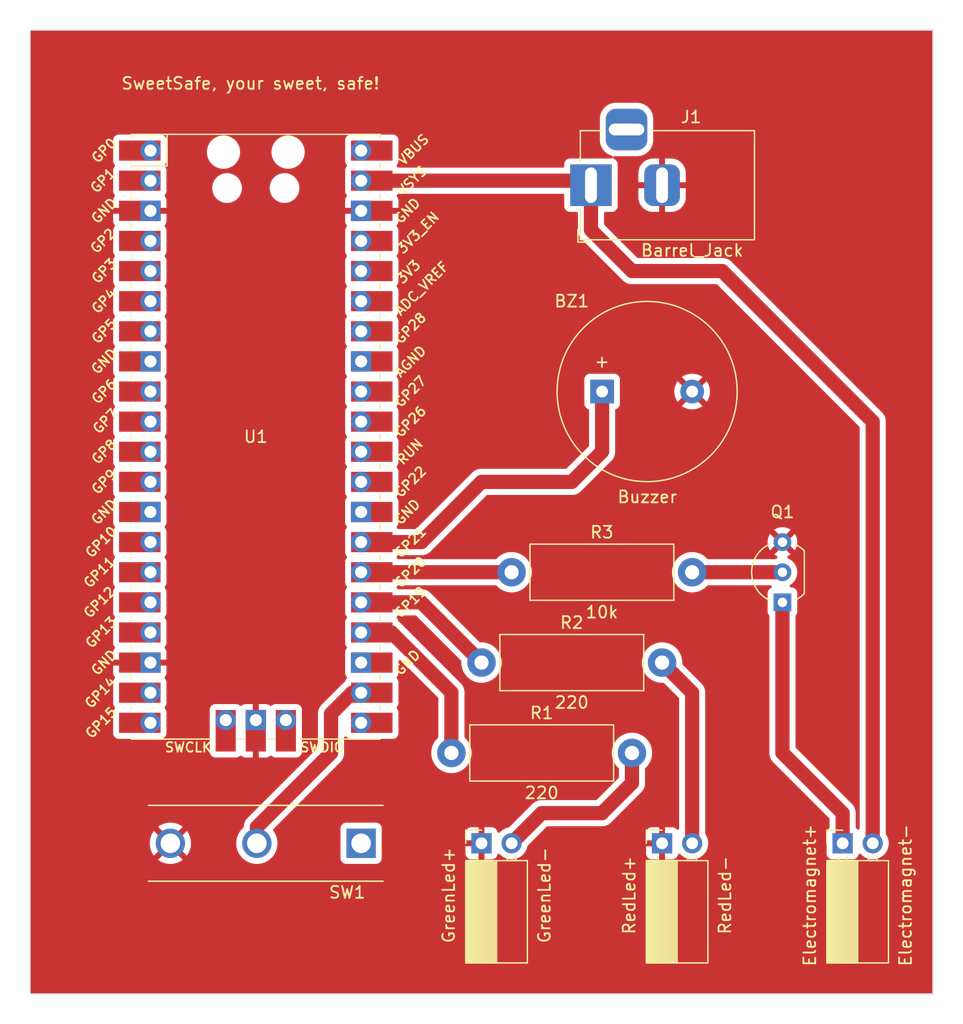
<source format=kicad_pcb>
(kicad_pcb (version 20221018) (generator pcbnew)
  (title_block (title "SweetSafe"))
  (layers (0 "F.Cu" signal) (31 "B.Cu" signal) (34 "B.Paste" user) (35 "F.Paste" user) (36 "B.SilkS" user "B.Silkscreen") (37 "F.SilkS" user "F.Silkscreen") (38 "B.Mask" user) (39 "F.Mask" user) (44 "Edge.Cuts" user))
  (net 0 "")
  (net 1 "Buzzer")
  (net 2 "GND")
  (net 3 "Net-(Electromagnet+1-Pin_1)")
  (net 4 "Net-(Q1-B)")
  (net 5 "VCC")
  (net 6 "Electromagnet")
  (net 7 "GreenLed")
  (net 8 "RedLed")
  (net 28 "Switch")
  (net 43 "Net-(GreenLed+1-Pin_2)")
  (net 44 "Net-(RedLed+1-Pin_2)")
  (footprint "MS0850502F030P1A:SW_MS0850502F030P1A" (layer "F.Cu") (at 66.04 114.3 180)
    (fp_text reference "SW1" (at 1.17617 -4.1391) (layer "F.SilkS") (effects (font (size 1.000992 1.000992))))
    (fp_text value "SW_DPDT_x2")
    (fp_line (start -1.85 -3.2) (end 17.95 -3.2) (stroke (width 0.127)) (layer "F.SilkS"))
    (fp_line (start 17.95 3.2) (end -1.85 3.2) (stroke (width 0.127)) (layer "F.SilkS"))
    (pad "1" thru_hole rect (at 0 0 180) (size 2.475 2.475) (drill 1.65) (layers "*.Cu" "*.Mask"))
    (pad "2" thru_hole circle (at 16.1 0 180) (size 2.475 2.475) (drill 1.65) (layers "*.Cu" "*.Mask") (net 2 "GND"))
    (pad "3" thru_hole circle (at 8.8 0 180) (size 2.475 2.475) (drill 1.65) (layers "*.Cu" "*.Mask") (net 28 "Switch"))
  )
  (footprint "Resistor_THT:R_Axial_DIN0414_L11.9mm_D4.5mm_P15.24mm_Horizontal" (layer "F.Cu") (at 73.66 106.68)
    (fp_text reference "R1" (at 7.62 -3.37) (layer "F.SilkS"))
    (fp_text value "220" (at 7.62 3.37) (layer "F.SilkS"))
    (fp_line (start 1.44 0) (end 1.55 0) (stroke (width 0.12)) (layer "F.SilkS"))
    (fp_line (start 1.55 -2.37) (end 1.55 2.37) (stroke (width 0.12)) (layer "F.SilkS"))
    (fp_line (start 1.55 2.37) (end 13.69 2.37) (stroke (width 0.12)) (layer "F.SilkS"))
    (fp_line (start 13.69 -2.37) (end 1.55 -2.37) (stroke (width 0.12)) (layer "F.SilkS"))
    (fp_line (start 13.69 2.37) (end 13.69 -2.37) (stroke (width 0.12)) (layer "F.SilkS"))
    (fp_line (start 13.8 0) (end 13.69 0) (stroke (width 0.12)) (layer "F.SilkS"))
    (pad "1" thru_hole circle (at 0 0) (size 2.4 2.4) (drill 1.2) (layers "*.Cu" "*.Mask") (net 7 "GreenLed"))
    (pad "2" thru_hole oval (at 15.24 0) (size 2.4 2.4) (drill 1.2) (layers "*.Cu" "*.Mask") (net 43 "Net-(GreenLed+1-Pin_2)"))
  )
  (footprint "Buzzer_Beeper:Buzzer_15x7.5RM7.6" (layer "F.Cu") (at 86.38 76.2)
    (fp_text reference "BZ1" (at -2.56 -7.62) (layer "F.SilkS"))
    (fp_text value "Buzzer" (at 3.81 8.89) (layer "F.SilkS"))
    (fp_text user "+" (at -0.01 -2.54) (layer "F.SilkS"))
    (fp_circle (center 3.8 0) (end 11.4 0) (stroke (width 0.12)) (fill none) (layer "F.SilkS"))
    (pad "1" thru_hole rect (at 0 0) (size 2 2) (drill 1) (layers "*.Cu" "*.Mask") (net 1 "Buzzer"))
    (pad "2" thru_hole circle (at 7.6 0) (size 2 2) (drill 1) (layers "*.Cu" "*.Mask") (net 2 "GND"))
  )
  (footprint "Package_TO_SOT_THT:TO-92_Inline_Wide" (layer "F.Cu") (at 101.6 93.98 90)
    (fp_text reference "Q1" (at 7.62 0 180) (layer "F.SilkS"))
    (fp_text value "BC337" hide)
    (fp_line (start 0.74 1.85) (end 4.34 1.85) (stroke (width 0.12)) (layer "F.SilkS"))
    (fp_arc (start 0.1836 -1.098807) (mid 1.143021 -2.192817) (end 2.54 -2.6) (stroke (width 0.12)) (layer "F.SilkS"))
    (fp_arc (start 0.74 1.85) (mid 0.446097 1.509328) (end 0.215816 1.122795) (stroke (width 0.12)) (layer "F.SilkS"))
    (fp_arc (start 2.54 -2.6) (mid 3.936979 -2.192818) (end 4.8964 -1.098807) (stroke (width 0.12)) (layer "F.SilkS"))
    (fp_arc (start 4.864184 1.122795) (mid 4.633903 1.509328) (end 4.34 1.85) (stroke (width 0.12)) (layer "F.SilkS"))
    (pad "1" thru_hole rect (at 0 0 90) (size 1.5 1.5) (drill 0.8) (layers "*.Cu" "*.Mask") (net 3 "Net-(Electromagnet+1-Pin_1)"))
    (pad "2" thru_hole circle (at 2.54 0 90) (size 1.5 1.5) (drill 0.8) (layers "*.Cu" "*.Mask") (net 4 "Net-(Q1-B)"))
    (pad "3" thru_hole circle (at 5.08 0 90) (size 1.5 1.5) (drill 0.8) (layers "*.Cu" "*.Mask") (net 2 "GND"))
  )
  (footprint "Resistor_THT:R_Axial_DIN0414_L11.9mm_D4.5mm_P15.24mm_Horizontal" (layer "F.Cu") (at 78.74 91.44)
    (fp_text reference "R3" (at 7.62 -3.37) (layer "F.SilkS"))
    (fp_text value "10k" (at 7.62 3.37) (layer "F.SilkS"))
    (fp_line (start 1.44 0) (end 1.55 0) (stroke (width 0.12)) (layer "F.SilkS"))
    (fp_line (start 1.55 -2.37) (end 1.55 2.37) (stroke (width 0.12)) (layer "F.SilkS"))
    (fp_line (start 1.55 2.37) (end 13.69 2.37) (stroke (width 0.12)) (layer "F.SilkS"))
    (fp_line (start 13.69 -2.37) (end 1.55 -2.37) (stroke (width 0.12)) (layer "F.SilkS"))
    (fp_line (start 13.69 2.37) (end 13.69 -2.37) (stroke (width 0.12)) (layer "F.SilkS"))
    (fp_line (start 13.8 0) (end 13.69 0) (stroke (width 0.12)) (layer "F.SilkS"))
    (pad "1" thru_hole circle (at 0 0) (size 2.4 2.4) (drill 1.2) (layers "*.Cu" "*.Mask") (net 6 "Electromagnet"))
    (pad "2" thru_hole oval (at 15.24 0) (size 2.4 2.4) (drill 1.2) (layers "*.Cu" "*.Mask") (net 4 "Net-(Q1-B)"))
  )
  (footprint "MCU_RaspberryPi_and_Boards:RPi_Pico_SMD_TH" (layer "F.Cu") (at 57.15 80.01)
    (fp_text reference "U1" (at 0 0) (layer "F.SilkS"))
    (fp_text value "Pico")
    (fp_text user "GND" (at 12.8 6.35 45) (layer "F.SilkS") (effects (font (size 0.8 0.8))))
    (fp_text user "GP7" (at -12.7 -1.3 45) (layer "F.SilkS") (effects (font (size 0.8 0.8))))
    (fp_text user "GND" (at -12.8 6.35 45) (layer "F.SilkS") (effects (font (size 0.8 0.8))))
    (fp_text user "GP20" (at 13.054 11.43 45) (layer "F.SilkS") (effects (font (size 0.8 0.8))))
    (fp_text user "SWDIO" (at 5.6 26.2) (layer "F.SilkS") (effects (font (size 0.8 0.8))))
    (fp_text user "RUN" (at 13 1.27 45) (layer "F.SilkS") (effects (font (size 0.8 0.8))))
    (fp_text user "GP9" (at -12.8 3.81 45) (layer "F.SilkS") (effects (font (size 0.8 0.8))))
    (fp_text user "GP26" (at 13.054 -1.27 45) (layer "F.SilkS") (effects (font (size 0.8 0.8))))
    (fp_text user "GP0" (at -12.8 -24.13 45) (layer "F.SilkS") (effects (font (size 0.8 0.8))))
    (fp_text user "SWCLK" (at -5.7 26.2) (layer "F.SilkS") (effects (font (size 0.8 0.8))))
    (fp_text user "GND" (at -12.8 19.05 45) (layer "F.SilkS") (effects (font (size 0.8 0.8))))
    (fp_text user "GP21" (at 13.054 8.9 45) (layer "F.SilkS") (effects (font (size 0.8 0.8))))
    (fp_text user "GND" (at -12.8 -6.35 45) (layer "F.SilkS") (effects (font (size 0.8 0.8))))
    (fp_text user "GP4" (at -12.8 -11.43 45) (layer "F.SilkS") (effects (font (size 0.8 0.8))))
    (fp_text user "VSYS" (at 13.2 -21.59 45) (layer "F.SilkS") (effects (font (size 0.8 0.8))))
    (fp_text user "VBUS" (at 13.3 -24.2 45) (layer "F.SilkS") (effects (font (size 0.8 0.8))))
    (fp_text user "GP14" (at -13.1 21.59 45) (layer "F.SilkS") (effects (font (size 0.8 0.8))))
    (fp_text user "GP12" (at -13.2 13.97 45) (layer "F.SilkS") (effects (font (size 0.8 0.8))))
    (fp_text user "GND" (at 12.8 19.05 45) (layer "F.SilkS") (effects (font (size 0.8 0.8))))
    (fp_text user "GP13" (at -13.054 16.51 45) (layer "F.SilkS") (effects (font (size 0.8 0.8))))
    (fp_text user "GP2" (at -12.9 -16.51 45) (layer "F.SilkS") (effects (font (size 0.8 0.8))))
    (fp_text user "GND" (at 12.8 -19.05 45) (layer "F.SilkS") (effects (font (size 0.8 0.8))))
    (fp_text user "GP19" (at 13.054 13.97 45) (layer "F.SilkS") (effects (font (size 0.8 0.8))))
    (fp_text user "GP15" (at -13.054 24.13 45) (layer "F.SilkS") (effects (font (size 0.8 0.8))))
    (fp_text user "GP27" (at 13.054 -3.8 45) (layer "F.SilkS") (effects (font (size 0.8 0.8))))
    (fp_text user "GP3" (at -12.8 -13.97 45) (layer "F.SilkS") (effects (font (size 0.8 0.8))))
    (fp_text user "GP1" (at -12.9 -21.6 45) (layer "F.SilkS") (effects (font (size 0.8 0.8))))
    (fp_text user "3V3" (at 12.9 -13.9 45) (layer "F.SilkS") (effects (font (size 0.8 0.8))))
    (fp_text user "GP11" (at -13.2 11.43 45) (layer "F.SilkS") (effects (font (size 0.8 0.8))))
    (fp_text user "GP22" (at 13.054 3.81 45) (layer "F.SilkS") (effects (font (size 0.8 0.8))))
    (fp_text user "GP8" (at -12.8 1.27 45) (layer "F.SilkS") (effects (font (size 0.8 0.8))))
    (fp_text user "ADC_VREF" (at 14 -12.5 45) (layer "F.SilkS") (effects (font (size 0.8 0.8))))
    (fp_text user "GP5" (at -12.8 -8.89 45) (layer "F.SilkS") (effects (font (size 0.8 0.8))))
    (fp_text user "GND" (at -12.8 -19.05 45) (layer "F.SilkS") (effects (font (size 0.8 0.8))))
    (fp_text user "AGND" (at 13.054 -6.35 45) (layer "F.SilkS") (effects (font (size 0.8 0.8))))
    (fp_text user "GP6" (at -12.8 -3.81 45) (layer "F.SilkS") (effects (font (size 0.8 0.8))))
    (fp_text user "GP28" (at 13.054 -9.144 45) (layer "F.SilkS") (effects (font (size 0.8 0.8))))
    (fp_text user "GP10" (at -13.054 8.89 45) (layer "F.SilkS") (effects (font (size 0.8 0.8))))
    (fp_text user "3V3_EN" (at 13.7 -17.2 45) (layer "F.SilkS") (effects (font (size 0.8 0.8))))
    (fp_line (start -10.5 -25.5) (end -10.5 -25.2) (stroke (width 0.12)) (layer "F.SilkS"))
    (fp_line (start -10.5 -25.5) (end 10.5 -25.5) (stroke (width 0.12)) (layer "F.SilkS"))
    (fp_line (start -10.5 -23.1) (end -10.5 -22.7) (stroke (width 0.12)) (layer "F.SilkS"))
    (fp_line (start -10.5 -22.833) (end -7.493 -22.833) (stroke (width 0.12)) (layer "F.SilkS"))
    (fp_line (start -10.5 -20.5) (end -10.5 -20.1) (stroke (width 0.12)) (layer "F.SilkS"))
    (fp_line (start -10.5 -18) (end -10.5 -17.6) (stroke (width 0.12)) (layer "F.SilkS"))
    (fp_line (start -10.5 -15.4) (end -10.5 -15) (stroke (width 0.12)) (layer "F.SilkS"))
    (fp_line (start -10.5 -12.9) (end -10.5 -12.5) (stroke (width 0.12)) (layer "F.SilkS"))
    (fp_line (start -10.5 -10.4) (end -10.5 -10) (stroke (width 0.12)) (layer "F.SilkS"))
    (fp_line (start -10.5 -7.8) (end -10.5 -7.4) (stroke (width 0.12)) (layer "F.SilkS"))
    (fp_line (start -10.5 -5.3) (end -10.5 -4.9) (stroke (width 0.12)) (layer "F.SilkS"))
    (fp_line (start -10.5 -2.7) (end -10.5 -2.3) (stroke (width 0.12)) (layer "F.SilkS"))
    (fp_line (start -10.5 -0.2) (end -10.5 0.2) (stroke (width 0.12)) (layer "F.SilkS"))
    (fp_line (start -10.5 2.3) (end -10.5 2.7) (stroke (width 0.12)) (layer "F.SilkS"))
    (fp_line (start -10.5 4.9) (end -10.5 5.3) (stroke (width 0.12)) (layer "F.SilkS"))
    (fp_line (start -10.5 7.4) (end -10.5 7.8) (stroke (width 0.12)) (layer "F.SilkS"))
    (fp_line (start -10.5 10) (end -10.5 10.4) (stroke (width 0.12)) (layer "F.SilkS"))
    (fp_line (start -10.5 12.5) (end -10.5 12.9) (stroke (width 0.12)) (layer "F.SilkS"))
    (fp_line (start -10.5 15.1) (end -10.5 15.5) (stroke (width 0.12)) (layer "F.SilkS"))
    (fp_line (start -10.5 17.6) (end -10.5 18) (stroke (width 0.12)) (layer "F.SilkS"))
    (fp_line (start -10.5 20.1) (end -10.5 20.5) (stroke (width 0.12)) (layer "F.SilkS"))
    (fp_line (start -10.5 22.7) (end -10.5 23.1) (stroke (width 0.12)) (layer "F.SilkS"))
    (fp_line (start -7.493 -22.833) (end -7.493 -25.5) (stroke (width 0.12)) (layer "F.SilkS"))
    (fp_line (start -3.7 25.5) (end -10.5 25.5) (stroke (width 0.12)) (layer "F.SilkS"))
    (fp_line (start -1.5 25.5) (end -1.1 25.5) (stroke (width 0.12)) (layer "F.SilkS"))
    (fp_line (start 1.1 25.5) (end 1.5 25.5) (stroke (width 0.12)) (layer "F.SilkS"))
    (fp_line (start 10.5 -25.5) (end 10.5 -25.2) (stroke (width 0.12)) (layer "F.SilkS"))
    (fp_line (start 10.5 -23.1) (end 10.5 -22.7) (stroke (width 0.12)) (layer "F.SilkS"))
    (fp_line (start 10.5 -20.5) (end 10.5 -20.1) (stroke (width 0.12)) (layer "F.SilkS"))
    (fp_line (start 10.5 -18) (end 10.5 -17.6) (stroke (width 0.12)) (layer "F.SilkS"))
    (fp_line (start 10.5 -15.4) (end 10.5 -15) (stroke (width 0.12)) (layer "F.SilkS"))
    (fp_line (start 10.5 -12.9) (end 10.5 -12.5) (stroke (width 0.12)) (layer "F.SilkS"))
    (fp_line (start 10.5 -10.4) (end 10.5 -10) (stroke (width 0.12)) (layer "F.SilkS"))
    (fp_line (start 10.5 -7.8) (end 10.5 -7.4) (stroke (width 0.12)) (layer "F.SilkS"))
    (fp_line (start 10.5 -5.3) (end 10.5 -4.9) (stroke (width 0.12)) (layer "F.SilkS"))
    (fp_line (start 10.5 -2.7) (end 10.5 -2.3) (stroke (width 0.12)) (layer "F.SilkS"))
    (fp_line (start 10.5 -0.2) (end 10.5 0.2) (stroke (width 0.12)) (layer "F.SilkS"))
    (fp_line (start 10.5 2.3) (end 10.5 2.7) (stroke (width 0.12)) (layer "F.SilkS"))
    (fp_line (start 10.5 4.9) (end 10.5 5.3) (stroke (width 0.12)) (layer "F.SilkS"))
    (fp_line (start 10.5 7.4) (end 10.5 7.8) (stroke (width 0.12)) (layer "F.SilkS"))
    (fp_line (start 10.5 10) (end 10.5 10.4) (stroke (width 0.12)) (layer "F.SilkS"))
    (fp_line (start 10.5 12.5) (end 10.5 12.9) (stroke (width 0.12)) (layer "F.SilkS"))
    (fp_line (start 10.5 15.1) (end 10.5 15.5) (stroke (width 0.12)) (layer "F.SilkS"))
    (fp_line (start 10.5 17.6) (end 10.5 18) (stroke (width 0.12)) (layer "F.SilkS"))
    (fp_line (start 10.5 20.1) (end 10.5 20.5) (stroke (width 0.12)) (layer "F.SilkS"))
    (fp_line (start 10.5 22.7) (end 10.5 23.1) (stroke (width 0.12)) (layer "F.SilkS"))
    (fp_line (start 10.5 25.5) (end 3.7 25.5) (stroke (width 0.12)) (layer "F.SilkS"))
    (pad "" np_thru_hole oval (at -2.725 -24) (size 1.8 1.8) (drill 1.8) (layers "*.Cu" "*.Mask"))
    (pad "" np_thru_hole oval (at -2.425 -20.97) (size 1.5 1.5) (drill 1.5) (layers "*.Cu" "*.Mask"))
    (pad "" np_thru_hole oval (at 2.425 -20.97) (size 1.5 1.5) (drill 1.5) (layers "*.Cu" "*.Mask"))
    (pad "" np_thru_hole oval (at 2.725 -24) (size 1.8 1.8) (drill 1.8) (layers "*.Cu" "*.Mask"))
    (pad "1" thru_hole oval (at -8.89 -24.13) (size 1.7 1.7) (drill 1.02) (layers "*.Cu" "*.Mask"))
    (pad "1" smd rect (at -8.89 -24.13) (size 3.5 1.7) (drill (offset -0.9 0)) (layers "F.Cu" "F.Mask"))
    (pad "2" thru_hole oval (at -8.89 -21.59) (size 1.7 1.7) (drill 1.02) (layers "*.Cu" "*.Mask"))
    (pad "2" smd rect (at -8.89 -21.59) (size 3.5 1.7) (drill (offset -0.9 0)) (layers "F.Cu" "F.Mask"))
    (pad "3" thru_hole rect (at -8.89 -19.05) (size 1.7 1.7) (drill 1.02) (layers "*.Cu" "*.Mask") (net 2 "GND"))
    (pad "3" smd rect (at -8.89 -19.05) (size 3.5 1.7) (drill (offset -0.9 0)) (layers "F.Cu" "F.Mask") (net 2 "GND"))
    (pad "4" thru_hole oval (at -8.89 -16.51) (size 1.7 1.7) (drill 1.02) (layers "*.Cu" "*.Mask"))
    (pad "4" smd rect (at -8.89 -16.51) (size 3.5 1.7) (drill (offset -0.9 0)) (layers "F.Cu" "F.Mask"))
    (pad "5" thru_hole oval (at -8.89 -13.97) (size 1.7 1.7) (drill 1.02) (layers "*.Cu" "*.Mask"))
    (pad "5" smd rect (at -8.89 -13.97) (size 3.5 1.7) (drill (offset -0.9 0)) (layers "F.Cu" "F.Mask"))
    (pad "6" thru_hole oval (at -8.89 -11.43) (size 1.7 1.7) (drill 1.02) (layers "*.Cu" "*.Mask"))
    (pad "6" smd rect (at -8.89 -11.43) (size 3.5 1.7) (drill (offset -0.9 0)) (layers "F.Cu" "F.Mask"))
    (pad "7" thru_hole oval (at -8.89 -8.89) (size 1.7 1.7) (drill 1.02) (layers "*.Cu" "*.Mask"))
    (pad "7" smd rect (at -8.89 -8.89) (size 3.5 1.7) (drill (offset -0.9 0)) (layers "F.Cu" "F.Mask"))
    (pad "8" thru_hole rect (at -8.89 -6.35) (size 1.7 1.7) (drill 1.02) (layers "*.Cu" "*.Mask"))
    (pad "8" smd rect (at -8.89 -6.35) (size 3.5 1.7) (drill (offset -0.9 0)) (layers "F.Cu" "F.Mask"))
    (pad "9" thru_hole oval (at -8.89 -3.81) (size 1.7 1.7) (drill 1.02) (layers "*.Cu" "*.Mask"))
    (pad "9" smd rect (at -8.89 -3.81) (size 3.5 1.7) (drill (offset -0.9 0)) (layers "F.Cu" "F.Mask"))
    (pad "10" thru_hole oval (at -8.89 -1.27) (size 1.7 1.7) (drill 1.02) (layers "*.Cu" "*.Mask"))
    (pad "10" smd rect (at -8.89 -1.27) (size 3.5 1.7) (drill (offset -0.9 0)) (layers "F.Cu" "F.Mask"))
    (pad "11" thru_hole oval (at -8.89 1.27) (size 1.7 1.7) (drill 1.02) (layers "*.Cu" "*.Mask"))
    (pad "11" smd rect (at -8.89 1.27) (size 3.5 1.7) (drill (offset -0.9 0)) (layers "F.Cu" "F.Mask"))
    (pad "12" thru_hole oval (at -8.89 3.81) (size 1.7 1.7) (drill 1.02) (layers "*.Cu" "*.Mask"))
    (pad "12" smd rect (at -8.89 3.81) (size 3.5 1.7) (drill (offset -0.9 0)) (layers "F.Cu" "F.Mask"))
    (pad "13" thru_hole rect (at -8.89 6.35) (size 1.7 1.7) (drill 1.02) (layers "*.Cu" "*.Mask"))
    (pad "13" smd rect (at -8.89 6.35) (size 3.5 1.7) (drill (offset -0.9 0)) (layers "F.Cu" "F.Mask"))
    (pad "14" thru_hole oval (at -8.89 8.89) (size 1.7 1.7) (drill 1.02) (layers "*.Cu" "*.Mask"))
    (pad "14" smd rect (at -8.89 8.89) (size 3.5 1.7) (drill (offset -0.9 0)) (layers "F.Cu" "F.Mask"))
    (pad "15" thru_hole oval (at -8.89 11.43) (size 1.7 1.7) (drill 1.02) (layers "*.Cu" "*.Mask"))
    (pad "15" smd rect (at -8.89 11.43) (size 3.5 1.7) (drill (offset -0.9 0)) (layers "F.Cu" "F.Mask"))
    (pad "16" thru_hole oval (at -8.89 13.97) (size 1.7 1.7) (drill 1.02) (layers "*.Cu" "*.Mask"))
    (pad "16" smd rect (at -8.89 13.97) (size 3.5 1.7) (drill (offset -0.9 0)) (layers "F.Cu" "F.Mask"))
    (pad "17" thru_hole oval (at -8.89 16.51) (size 1.7 1.7) (drill 1.02) (layers "*.Cu" "*.Mask"))
    (pad "17" smd rect (at -8.89 16.51) (size 3.5 1.7) (drill (offset -0.9 0)) (layers "F.Cu" "F.Mask"))
    (pad "18" thru_hole rect (at -8.89 19.05) (size 1.7 1.7) (drill 1.02) (layers "*.Cu" "*.Mask") (net 2 "GND"))
    (pad "18" smd rect (at -8.89 19.05) (size 3.5 1.7) (drill (offset -0.9 0)) (layers "F.Cu" "F.Mask") (net 2 "GND"))
    (pad "19" thru_hole oval (at -8.89 21.59) (size 1.7 1.7) (drill 1.02) (layers "*.Cu" "*.Mask"))
    (pad "19" smd rect (at -8.89 21.59) (size 3.5 1.7) (drill (offset -0.9 0)) (layers "F.Cu" "F.Mask"))
    (pad "20" thru_hole oval (at -8.89 24.13) (size 1.7 1.7) (drill 1.02) (layers "*.Cu" "*.Mask"))
    (pad "20" smd rect (at -8.89 24.13) (size 3.5 1.7) (drill (offset -0.9 0)) (layers "F.Cu" "F.Mask"))
    (pad "21" thru_hole oval (at 8.89 24.13) (size 1.7 1.7) (drill 1.02) (layers "*.Cu" "*.Mask"))
    (pad "21" smd rect (at 8.89 24.13) (size 3.5 1.7) (drill (offset 0.9 0)) (layers "F.Cu" "F.Mask"))
    (pad "22" thru_hole oval (at 8.89 21.59) (size 1.7 1.7) (drill 1.02) (layers "*.Cu" "*.Mask") (net 28 "Switch"))
    (pad "22" smd rect (at 8.89 21.59) (size 3.5 1.7) (drill (offset 0.9 0)) (layers "F.Cu" "F.Mask") (net 28 "Switch"))
    (pad "23" thru_hole rect (at 8.89 19.05) (size 1.7 1.7) (drill 1.02) (layers "*.Cu" "*.Mask"))
    (pad "23" smd rect (at 8.89 19.05) (size 3.5 1.7) (drill (offset 0.9 0)) (layers "F.Cu" "F.Mask"))
    (pad "24" thru_hole oval (at 8.89 16.51) (size 1.7 1.7) (drill 1.02) (layers "*.Cu" "*.Mask") (net 7 "GreenLed"))
    (pad "24" smd rect (at 8.89 16.51) (size 3.5 1.7) (drill (offset 0.9 0)) (layers "F.Cu" "F.Mask") (net 7 "GreenLed"))
    (pad "25" thru_hole oval (at 8.89 13.97) (size 1.7 1.7) (drill 1.02) (layers "*.Cu" "*.Mask") (net 8 "RedLed"))
    (pad "25" smd rect (at 8.89 13.97) (size 3.5 1.7) (drill (offset 0.9 0)) (layers "F.Cu" "F.Mask") (net 8 "RedLed"))
    (pad "26" thru_hole oval (at 8.89 11.43) (size 1.7 1.7) (drill 1.02) (layers "*.Cu" "*.Mask") (net 6 "Electromagnet"))
    (pad "26" smd rect (at 8.89 11.43) (size 3.5 1.7) (drill (offset 0.9 0)) (layers "F.Cu" "F.Mask") (net 6 "Electromagnet"))
    (pad "27" thru_hole oval (at 8.89 8.89) (size 1.7 1.7) (drill 1.02) (layers "*.Cu" "*.Mask") (net 1 "Buzzer"))
    (pad "27" smd rect (at 8.89 8.89) (size 3.5 1.7) (drill (offset 0.9 0)) (layers "F.Cu" "F.Mask") (net 1 "Buzzer"))
    (pad "28" thru_hole rect (at 8.89 6.35) (size 1.7 1.7) (drill 1.02) (layers "*.Cu" "*.Mask"))
    (pad "28" smd rect (at 8.89 6.35) (size 3.5 1.7) (drill (offset 0.9 0)) (layers "F.Cu" "F.Mask"))
    (pad "29" thru_hole oval (at 8.89 3.81) (size 1.7 1.7) (drill 1.02) (layers "*.Cu" "*.Mask"))
    (pad "29" smd rect (at 8.89 3.81) (size 3.5 1.7) (drill (offset 0.9 0)) (layers "F.Cu" "F.Mask"))
    (pad "30" thru_hole oval (at 8.89 1.27) (size 1.7 1.7) (drill 1.02) (layers "*.Cu" "*.Mask"))
    (pad "30" smd rect (at 8.89 1.27) (size 3.5 1.7) (drill (offset 0.9 0)) (layers "F.Cu" "F.Mask"))
    (pad "31" thru_hole oval (at 8.89 -1.27) (size 1.7 1.7) (drill 1.02) (layers "*.Cu" "*.Mask"))
    (pad "31" smd rect (at 8.89 -1.27) (size 3.5 1.7) (drill (offset 0.9 0)) (layers "F.Cu" "F.Mask"))
    (pad "32" thru_hole oval (at 8.89 -3.81) (size 1.7 1.7) (drill 1.02) (layers "*.Cu" "*.Mask"))
    (pad "32" smd rect (at 8.89 -3.81) (size 3.5 1.7) (drill (offset 0.9 0)) (layers "F.Cu" "F.Mask"))
    (pad "33" thru_hole rect (at 8.89 -6.35) (size 1.7 1.7) (drill 1.02) (layers "*.Cu" "*.Mask"))
    (pad "33" smd rect (at 8.89 -6.35) (size 3.5 1.7) (drill (offset 0.9 0)) (layers "F.Cu" "F.Mask"))
    (pad "34" thru_hole oval (at 8.89 -8.89) (size 1.7 1.7) (drill 1.02) (layers "*.Cu" "*.Mask"))
    (pad "34" smd rect (at 8.89 -8.89) (size 3.5 1.7) (drill (offset 0.9 0)) (layers "F.Cu" "F.Mask"))
    (pad "35" thru_hole oval (at 8.89 -11.43) (size 1.7 1.7) (drill 1.02) (layers "*.Cu" "*.Mask"))
    (pad "35" smd rect (at 8.89 -11.43) (size 3.5 1.7) (drill (offset 0.9 0)) (layers "F.Cu" "F.Mask"))
    (pad "36" thru_hole oval (at 8.89 -13.97) (size 1.7 1.7) (drill 1.02) (layers "*.Cu" "*.Mask"))
    (pad "36" smd rect (at 8.89 -13.97) (size 3.5 1.7) (drill (offset 0.9 0)) (layers "F.Cu" "F.Mask"))
    (pad "37" thru_hole oval (at 8.89 -16.51) (size 1.7 1.7) (drill 1.02) (layers "*.Cu" "*.Mask"))
    (pad "37" smd rect (at 8.89 -16.51) (size 3.5 1.7) (drill (offset 0.9 0)) (layers "F.Cu" "F.Mask"))
    (pad "38" thru_hole rect (at 8.89 -19.05) (size 1.7 1.7) (drill 1.02) (layers "*.Cu" "*.Mask") (net 2 "GND"))
    (pad "38" smd rect (at 8.89 -19.05) (size 3.5 1.7) (drill (offset 0.9 0)) (layers "F.Cu" "F.Mask") (net 2 "GND"))
    (pad "39" thru_hole oval (at 8.89 -21.59) (size 1.7 1.7) (drill 1.02) (layers "*.Cu" "*.Mask") (net 5 "VCC"))
    (pad "39" smd rect (at 8.89 -21.59) (size 3.5 1.7) (drill (offset 0.9 0)) (layers "F.Cu" "F.Mask") (net 5 "VCC"))
    (pad "40" thru_hole oval (at 8.89 -24.13) (size 1.7 1.7) (drill 1.02) (layers "*.Cu" "*.Mask"))
    (pad "40" smd rect (at 8.89 -24.13) (size 3.5 1.7) (drill (offset 0.9 0)) (layers "F.Cu" "F.Mask"))
    (pad "41" thru_hole oval (at -2.54 23.9) (size 1.7 1.7) (drill 1.02) (layers "*.Cu" "*.Mask"))
    (pad "41" smd rect (at -2.54 23.9 90) (size 3.5 1.7) (drill (offset -0.9 0)) (layers "F.Cu" "F.Mask"))
    (pad "42" thru_hole rect (at 0 23.9) (size 1.7 1.7) (drill 1.02) (layers "*.Cu" "*.Mask") (net 2 "GND"))
    (pad "42" smd rect (at 0 23.9 90) (size 3.5 1.7) (drill (offset -0.9 0)) (layers "F.Cu" "F.Mask") (net 2 "GND"))
    (pad "43" thru_hole oval (at 2.54 23.9) (size 1.7 1.7) (drill 1.02) (layers "*.Cu" "*.Mask"))
    (pad "43" smd rect (at 2.54 23.9 90) (size 3.5 1.7) (drill (offset -0.9 0)) (layers "F.Cu" "F.Mask"))
  )
  (footprint "Connector_BarrelJack:BarrelJack_Horizontal" (layer "F.Cu") (at 85.44 58.8 180)
    (fp_text reference "J1" (at -8.45 5.75) (layer "F.SilkS"))
    (fp_text value "Barrel_Jack" (at -8.54 -5.5) (layer "F.SilkS"))
    (fp_line (start -13.8 -4.6) (end 0.9 -4.6) (stroke (width 0.12)) (layer "F.SilkS"))
    (fp_line (start -13.8 4.6) (end -13.8 -4.6) (stroke (width 0.12)) (layer "F.SilkS"))
    (fp_line (start -5 4.6) (end -13.8 4.6) (stroke (width 0.12)) (layer "F.SilkS"))
    (fp_line (start 0.05 -4.8) (end 1.1 -4.8) (stroke (width 0.12)) (layer "F.SilkS"))
    (fp_line (start 0.9 -4.6) (end 0.9 -2) (stroke (width 0.12)) (layer "F.SilkS"))
    (fp_line (start 0.9 1.9) (end 0.9 4.6) (stroke (width 0.12)) (layer "F.SilkS"))
    (fp_line (start 0.9 4.6) (end -1 4.6) (stroke (width 0.12)) (layer "F.SilkS"))
    (fp_line (start 1.1 -3.75) (end 1.1 -4.8) (stroke (width 0.12)) (layer "F.SilkS"))
    (pad "1" thru_hole rect (at 0 0 180) (size 3.5 3.5) (drill oval 1 3) (layers "*.Cu" "*.Mask") (net 5 "VCC"))
    (pad "2" thru_hole roundrect (at -6 0 180) (size 3 3.5) (drill oval 1 3) (layers "*.Cu" "*.Mask") (net 2 "GND"))
    (pad "3" thru_hole roundrect (at -3 4.7 180) (size 3.5 3.5) (drill oval 3 1) (layers "*.Cu" "*.Mask"))
  )
  (footprint "Connector_PinSocket_2.54mm:PinSocket_1x02_P2.54mm_Horizontal" (layer "F.Cu") (at 106.68 114.3 90)
    (fp_text reference "Electromagnet+" (at -4.38 -2.77 90) (layer "F.SilkS"))
    (fp_text value "Electromagnet-" (at -4.38 5.31 90) (layer "F.SilkS"))
    (fp_line (start -10.09 -1.33) (end -10.09 3.87) (stroke (width 0.12)) (layer "F.SilkS"))
    (fp_line (start -10.09 -1.33) (end -1.46 -1.33) (stroke (width 0.12)) (layer "F.SilkS"))
    (fp_line (start -10.09 -1.21) (end -1.46 -1.21) (stroke (width 0.12)) (layer "F.SilkS"))
    (fp_line (start -10.09 -1.091905) (end -1.46 -1.091905) (stroke (width 0.12)) (layer "F.SilkS"))
    (fp_line (start -10.09 -0.97381) (end -1.46 -0.97381) (stroke (width 0.12)) (layer "F.SilkS"))
    (fp_line (start -10.09 -0.855715) (end -1.46 -0.855715) (stroke (width 0.12)) (layer "F.SilkS"))
    (fp_line (start -10.09 -0.73762) (end -1.46 -0.73762) (stroke (width 0.12)) (layer "F.SilkS"))
    (fp_line (start -10.09 -0.619525) (end -1.46 -0.619525) (stroke (width 0.12)) (layer "F.SilkS"))
    (fp_line (start -10.09 -0.50143) (end -1.46 -0.50143) (stroke (width 0.12)) (layer "F.SilkS"))
    (fp_line (start -10.09 -0.383335) (end -1.46 -0.383335) (stroke (width 0.12)) (layer "F.SilkS"))
    (fp_line (start -10.09 -0.26524) (end -1.46 -0.26524) (stroke (width 0.12)) (layer "F.SilkS"))
    (fp_line (start -10.09 -0.147145) (end -1.46 -0.147145) (stroke (width 0.12)) (layer "F.SilkS"))
    (fp_line (start -10.09 -0.02905) (end -1.46 -0.02905) (stroke (width 0.12)) (layer "F.SilkS"))
    (fp_line (start -10.09 0.089045) (end -1.46 0.089045) (stroke (width 0.12)) (layer "F.SilkS"))
    (fp_line (start -10.09 0.20714) (end -1.46 0.20714) (stroke (width 0.12)) (layer "F.SilkS"))
    (fp_line (start -10.09 0.325235) (end -1.46 0.325235) (stroke (width 0.12)) (layer "F.SilkS"))
    (fp_line (start -10.09 0.44333) (end -1.46 0.44333) (stroke (width 0.12)) (layer "F.SilkS"))
    (fp_line (start -10.09 0.561425) (end -1.46 0.561425) (stroke (width 0.12)) (layer "F.SilkS"))
    (fp_line (start -10.09 0.67952) (end -1.46 0.67952) (stroke (width 0.12)) (layer "F.SilkS"))
    (fp_line (start -10.09 0.797615) (end -1.46 0.797615) (stroke (width 0.12)) (layer "F.SilkS"))
    (fp_line (start -10.09 0.91571) (end -1.46 0.91571) (stroke (width 0.12)) (layer "F.SilkS"))
    (fp_line (start -10.09 1.033805) (end -1.46 1.033805) (stroke (width 0.12)) (layer "F.SilkS"))
    (fp_line (start -10.09 1.1519) (end -1.46 1.1519) (stroke (width 0.12)) (layer "F.SilkS"))
    (fp_line (start -10.09 1.27) (end -1.46 1.27) (stroke (width 0.12)) (layer "F.SilkS"))
    (fp_line (start -10.09 3.87) (end -1.46 3.87) (stroke (width 0.12)) (layer "F.SilkS"))
    (fp_line (start -1.46 -1.33) (end -1.46 3.87) (stroke (width 0.12)) (layer "F.SilkS"))
    (fp_line (start -1.46 -0.36) (end -1.11 -0.36) (stroke (width 0.12)) (layer "F.SilkS"))
    (fp_line (start -1.46 0.36) (end -1.11 0.36) (stroke (width 0.12)) (layer "F.SilkS"))
    (fp_line (start -1.46 2.18) (end -1.05 2.18) (stroke (width 0.12)) (layer "F.SilkS"))
    (fp_line (start -1.46 2.9) (end -1.05 2.9) (stroke (width 0.12)) (layer "F.SilkS"))
    (fp_line (start 0 -1.33) (end 1.11 -1.33) (stroke (width 0.12)) (layer "F.SilkS"))
    (fp_line (start 1.11 -1.33) (end 1.11 0) (stroke (width 0.12)) (layer "F.SilkS"))
    (pad "1" thru_hole rect (at 0 0 90) (size 1.7 1.7) (drill 1) (layers "*.Cu" "*.Mask") (net 3 "Net-(Electromagnet+1-Pin_1)"))
    (pad "2" thru_hole oval (at 0 2.54 90) (size 1.7 1.7) (drill 1) (layers "*.Cu" "*.Mask") (net 5 "VCC"))
  )
  (footprint "Resistor_THT:R_Axial_DIN0414_L11.9mm_D4.5mm_P15.24mm_Horizontal" (layer "F.Cu") (at 76.2 99.06)
    (fp_text reference "R2" (at 7.62 -3.37) (layer "F.SilkS"))
    (fp_text value "220" (at 7.62 3.37) (layer "F.SilkS"))
    (fp_line (start 1.44 0) (end 1.55 0) (stroke (width 0.12)) (layer "F.SilkS"))
    (fp_line (start 1.55 -2.37) (end 1.55 2.37) (stroke (width 0.12)) (layer "F.SilkS"))
    (fp_line (start 1.55 2.37) (end 13.69 2.37) (stroke (width 0.12)) (layer "F.SilkS"))
    (fp_line (start 13.69 -2.37) (end 1.55 -2.37) (stroke (width 0.12)) (layer "F.SilkS"))
    (fp_line (start 13.69 2.37) (end 13.69 -2.37) (stroke (width 0.12)) (layer "F.SilkS"))
    (fp_line (start 13.8 0) (end 13.69 0) (stroke (width 0.12)) (layer "F.SilkS"))
    (pad "1" thru_hole circle (at 0 0) (size 2.4 2.4) (drill 1.2) (layers "*.Cu" "*.Mask") (net 8 "RedLed"))
    (pad "2" thru_hole oval (at 15.24 0) (size 2.4 2.4) (drill 1.2) (layers "*.Cu" "*.Mask") (net 44 "Net-(RedLed+1-Pin_2)"))
  )
  (footprint "Connector_PinSocket_2.54mm:PinSocket_1x02_P2.54mm_Horizontal" (layer "F.Cu") (at 76.2 114.3 90)
    (fp_text reference "GreenLed+" (at -4.38 -2.77 90) (layer "F.SilkS"))
    (fp_text value "GreenLed-" (at -4.38 5.31 90) (layer "F.SilkS"))
    (fp_line (start -10.09 -1.33) (end -10.09 3.87) (stroke (width 0.12)) (layer "F.SilkS"))
    (fp_line (start -10.09 -1.33) (end -1.46 -1.33) (stroke (width 0.12)) (layer "F.SilkS"))
    (fp_line (start -10.09 -1.21) (end -1.46 -1.21) (stroke (width 0.12)) (layer "F.SilkS"))
    (fp_line (start -10.09 -1.091905) (end -1.46 -1.091905) (stroke (width 0.12)) (layer "F.SilkS"))
    (fp_line (start -10.09 -0.97381) (end -1.46 -0.97381) (stroke (width 0.12)) (layer "F.SilkS"))
    (fp_line (start -10.09 -0.855715) (end -1.46 -0.855715) (stroke (width 0.12)) (layer "F.SilkS"))
    (fp_line (start -10.09 -0.73762) (end -1.46 -0.73762) (stroke (width 0.12)) (layer "F.SilkS"))
    (fp_line (start -10.09 -0.619525) (end -1.46 -0.619525) (stroke (width 0.12)) (layer "F.SilkS"))
    (fp_line (start -10.09 -0.50143) (end -1.46 -0.50143) (stroke (width 0.12)) (layer "F.SilkS"))
    (fp_line (start -10.09 -0.383335) (end -1.46 -0.383335) (stroke (width 0.12)) (layer "F.SilkS"))
    (fp_line (start -10.09 -0.26524) (end -1.46 -0.26524) (stroke (width 0.12)) (layer "F.SilkS"))
    (fp_line (start -10.09 -0.147145) (end -1.46 -0.147145) (stroke (width 0.12)) (layer "F.SilkS"))
    (fp_line (start -10.09 -0.02905) (end -1.46 -0.02905) (stroke (width 0.12)) (layer "F.SilkS"))
    (fp_line (start -10.09 0.089045) (end -1.46 0.089045) (stroke (width 0.12)) (layer "F.SilkS"))
    (fp_line (start -10.09 0.20714) (end -1.46 0.20714) (stroke (width 0.12)) (layer "F.SilkS"))
    (fp_line (start -10.09 0.325235) (end -1.46 0.325235) (stroke (width 0.12)) (layer "F.SilkS"))
    (fp_line (start -10.09 0.44333) (end -1.46 0.44333) (stroke (width 0.12)) (layer "F.SilkS"))
    (fp_line (start -10.09 0.561425) (end -1.46 0.561425) (stroke (width 0.12)) (layer "F.SilkS"))
    (fp_line (start -10.09 0.67952) (end -1.46 0.67952) (stroke (width 0.12)) (layer "F.SilkS"))
    (fp_line (start -10.09 0.797615) (end -1.46 0.797615) (stroke (width 0.12)) (layer "F.SilkS"))
    (fp_line (start -10.09 0.91571) (end -1.46 0.91571) (stroke (width 0.12)) (layer "F.SilkS"))
    (fp_line (start -10.09 1.033805) (end -1.46 1.033805) (stroke (width 0.12)) (layer "F.SilkS"))
    (fp_line (start -10.09 1.1519) (end -1.46 1.1519) (stroke (width 0.12)) (layer "F.SilkS"))
    (fp_line (start -10.09 1.27) (end -1.46 1.27) (stroke (width 0.12)) (layer "F.SilkS"))
    (fp_line (start -10.09 3.87) (end -1.46 3.87) (stroke (width 0.12)) (layer "F.SilkS"))
    (fp_line (start -1.46 -1.33) (end -1.46 3.87) (stroke (width 0.12)) (layer "F.SilkS"))
    (fp_line (start -1.46 -0.36) (end -1.11 -0.36) (stroke (width 0.12)) (layer "F.SilkS"))
    (fp_line (start -1.46 0.36) (end -1.11 0.36) (stroke (width 0.12)) (layer "F.SilkS"))
    (fp_line (start -1.46 2.18) (end -1.05 2.18) (stroke (width 0.12)) (layer "F.SilkS"))
    (fp_line (start -1.46 2.9) (end -1.05 2.9) (stroke (width 0.12)) (layer "F.SilkS"))
    (fp_line (start 0 -1.33) (end 1.11 -1.33) (stroke (width 0.12)) (layer "F.SilkS"))
    (fp_line (start 1.11 -1.33) (end 1.11 0) (stroke (width 0.12)) (layer "F.SilkS"))
    (pad "1" thru_hole rect (at 0 0 90) (size 1.7 1.7) (drill 1) (layers "*.Cu" "*.Mask") (net 2 "GND"))
    (pad "2" thru_hole oval (at 0 2.54 90) (size 1.7 1.7) (drill 1) (layers "*.Cu" "*.Mask") (net 43 "Net-(GreenLed+1-Pin_2)"))
  )
  (footprint "Connector_PinSocket_2.54mm:PinSocket_1x02_P2.54mm_Horizontal" (layer "F.Cu") (at 91.44 114.3 90)
    (fp_text reference "RedLed+" (at -4.38 -2.77 90) (layer "F.SilkS"))
    (fp_text value "RedLed-" (at -4.38 5.31 90) (layer "F.SilkS"))
    (fp_line (start -10.09 -1.33) (end -10.09 3.87) (stroke (width 0.12)) (layer "F.SilkS"))
    (fp_line (start -10.09 -1.33) (end -1.46 -1.33) (stroke (width 0.12)) (layer "F.SilkS"))
    (fp_line (start -10.09 -1.21) (end -1.46 -1.21) (stroke (width 0.12)) (layer "F.SilkS"))
    (fp_line (start -10.09 -1.091905) (end -1.46 -1.091905) (stroke (width 0.12)) (layer "F.SilkS"))
    (fp_line (start -10.09 -0.97381) (end -1.46 -0.97381) (stroke (width 0.12)) (layer "F.SilkS"))
    (fp_line (start -10.09 -0.855715) (end -1.46 -0.855715) (stroke (width 0.12)) (layer "F.SilkS"))
    (fp_line (start -10.09 -0.73762) (end -1.46 -0.73762) (stroke (width 0.12)) (layer "F.SilkS"))
    (fp_line (start -10.09 -0.619525) (end -1.46 -0.619525) (stroke (width 0.12)) (layer "F.SilkS"))
    (fp_line (start -10.09 -0.50143) (end -1.46 -0.50143) (stroke (width 0.12)) (layer "F.SilkS"))
    (fp_line (start -10.09 -0.383335) (end -1.46 -0.383335) (stroke (width 0.12)) (layer "F.SilkS"))
    (fp_line (start -10.09 -0.26524) (end -1.46 -0.26524) (stroke (width 0.12)) (layer "F.SilkS"))
    (fp_line (start -10.09 -0.147145) (end -1.46 -0.147145) (stroke (width 0.12)) (layer "F.SilkS"))
    (fp_line (start -10.09 -0.02905) (end -1.46 -0.02905) (stroke (width 0.12)) (layer "F.SilkS"))
    (fp_line (start -10.09 0.089045) (end -1.46 0.089045) (stroke (width 0.12)) (layer "F.SilkS"))
    (fp_line (start -10.09 0.20714) (end -1.46 0.20714) (stroke (width 0.12)) (layer "F.SilkS"))
    (fp_line (start -10.09 0.325235) (end -1.46 0.325235) (stroke (width 0.12)) (layer "F.SilkS"))
    (fp_line (start -10.09 0.44333) (end -1.46 0.44333) (stroke (width 0.12)) (layer "F.SilkS"))
    (fp_line (start -10.09 0.561425) (end -1.46 0.561425) (stroke (width 0.12)) (layer "F.SilkS"))
    (fp_line (start -10.09 0.67952) (end -1.46 0.67952) (stroke (width 0.12)) (layer "F.SilkS"))
    (fp_line (start -10.09 0.797615) (end -1.46 0.797615) (stroke (width 0.12)) (layer "F.SilkS"))
    (fp_line (start -10.09 0.91571) (end -1.46 0.91571) (stroke (width 0.12)) (layer "F.SilkS"))
    (fp_line (start -10.09 1.033805) (end -1.46 1.033805) (stroke (width 0.12)) (layer "F.SilkS"))
    (fp_line (start -10.09 1.1519) (end -1.46 1.1519) (stroke (width 0.12)) (layer "F.SilkS"))
    (fp_line (start -10.09 1.27) (end -1.46 1.27) (stroke (width 0.12)) (layer "F.SilkS"))
    (fp_line (start -10.09 3.87) (end -1.46 3.87) (stroke (width 0.12)) (layer "F.SilkS"))
    (fp_line (start -1.46 -1.33) (end -1.46 3.87) (stroke (width 0.12)) (layer "F.SilkS"))
    (fp_line (start -1.46 -0.36) (end -1.11 -0.36) (stroke (width 0.12)) (layer "F.SilkS"))
    (fp_line (start -1.46 0.36) (end -1.11 0.36) (stroke (width 0.12)) (layer "F.SilkS"))
    (fp_line (start -1.46 2.18) (end -1.05 2.18) (stroke (width 0.12)) (layer "F.SilkS"))
    (fp_line (start -1.46 2.9) (end -1.05 2.9) (stroke (width 0.12)) (layer "F.SilkS"))
    (fp_line (start 0 -1.33) (end 1.11 -1.33) (stroke (width 0.12)) (layer "F.SilkS"))
    (fp_line (start 1.11 -1.33) (end 1.11 0) (stroke (width 0.12)) (layer "F.SilkS"))
    (pad "1" thru_hole rect (at 0 0 90) (size 1.7 1.7) (drill 1) (layers "*.Cu" "*.Mask") (net 2 "GND"))
    (pad "2" thru_hole oval (at 0 2.54 90) (size 1.7 1.7) (drill 1) (layers "*.Cu" "*.Mask") (net 44 "Net-(RedLed+1-Pin_2)"))
  )
  (gr_rect (start 38.1 45.72) (end 114.3 127) (stroke (width 0.1)) (fill none) (layer "Edge.Cuts"))
  (gr_text "SweetSafe, your sweet, safe!" (at 45.72 50.8) (layer "F.SilkS") (effects (font (size 1 1)) (justify left bottom)))
  (segment (start 76.2 83.82) (end 71.12 88.9) (width 1.2) (layer "F.Cu") (net 1))
  (segment (start 86.38 76.2) (end 86.38 81.26) (width 1.2) (layer "F.Cu") (net 1))
  (segment (start 71.12 88.9) (end 66.04 88.9) (width 1.2) (layer "F.Cu") (net 1))
  (segment (start 83.82 83.82) (end 76.2 83.82) (width 1.2) (layer "F.Cu") (net 1))
  (segment (start 86.38 81.26) (end 83.82 83.82) (width 1.2) (layer "F.Cu") (net 1))
  (segment (start 106.68 111.76) (end 101.6 106.68) (width 1.2) (layer "F.Cu") (net 3))
  (segment (start 101.6 106.68) (end 101.6 93.98) (width 1.2) (layer "F.Cu") (net 3))
  (segment (start 106.68 114.3) (end 106.68 111.76) (width 1.2) (layer "F.Cu") (net 3))
  (segment (start 101.6 91.44) (end 93.98 91.44) (width 1.2) (layer "F.Cu") (net 4))
  (segment (start 109.22 114.3) (end 109.22 78.74) (width 1.2) (layer "F.Cu") (net 5))
  (segment (start 88.9 66.04) (end 85.44 62.58) (width 1.2) (layer "F.Cu") (net 5))
  (segment (start 85.06 58.42) (end 85.44 58.8) (width 1.2) (layer "F.Cu") (net 5))
  (segment (start 66.04 58.42) (end 85.06 58.42) (width 1.2) (layer "F.Cu") (net 5))
  (segment (start 96.52 66.04) (end 88.9 66.04) (width 1.2) (layer "F.Cu") (net 5))
  (segment (start 109.22 78.74) (end 96.52 66.04) (width 1.2) (layer "F.Cu") (net 5))
  (segment (start 85.44 62.58) (end 85.44 58.8) (width 1.2) (layer "F.Cu") (net 5))
  (segment (start 78.74 91.44) (end 66.04 91.44) (width 1.2) (layer "F.Cu") (net 6))
  (segment (start 73.66 106.68) (end 73.66 101.58) (width 1.2) (layer "F.Cu") (net 7))
  (segment (start 73.66 101.58) (end 68.6 96.52) (width 1.2) (layer "F.Cu") (net 7))
  (segment (start 68.6 96.52) (end 66.04 96.52) (width 1.2) (layer "F.Cu") (net 7))
  (segment (start 71.12 93.98) (end 66.04 93.98) (width 1.2) (layer "F.Cu") (net 8))
  (segment (start 76.2 99.06) (end 71.12 93.98) (width 1.2) (layer "F.Cu") (net 8))
  (segment (start 63.5 106.68) (end 63.5 103.38) (width 1.2) (layer "F.Cu") (net 28))
  (segment (start 65.28 101.6) (end 66.04 101.6) (width 1.2) (layer "F.Cu") (net 28))
  (segment (start 57.24 112.94) (end 63.5 106.68) (width 1.2) (layer "F.Cu") (net 28))
  (segment (start 63.5 103.38) (end 65.28 101.6) (width 1.2) (layer "F.Cu") (net 28))
  (segment (start 57.24 114.3) (end 57.24 112.94) (width 1.2) (layer "F.Cu") (net 28))
  (segment (start 78.74 114.3) (end 81.28 111.76) (width 1.2) (layer "F.Cu") (net 43))
  (segment (start 88.9 109.22) (end 88.9 106.68) (width 1.2) (layer "F.Cu") (net 43))
  (segment (start 86.36 111.76) (end 88.9 109.22) (width 1.2) (layer "F.Cu") (net 43))
  (segment (start 81.28 111.76) (end 86.36 111.76) (width 1.2) (layer "F.Cu") (net 43))
  (segment (start 93.98 101.6) (end 91.44 99.06) (width 1.2) (layer "F.Cu") (net 44))
  (segment (start 93.98 114.3) (end 93.98 101.6) (width 1.2) (layer "F.Cu") (net 44))
  (zone (net 2) (net_name "GND") (layer "F.Cu") (connect_pads (clearance 0.5)) (min_thickness 0.25) (fill yes (thermal_gap 0.5) (thermal_bridge_width 0.5))
    (polygon (pts (xy 35.56 43.18) (xy 35.56 129.54) (xy 116.84 129.54) (xy 116.84 43.18)))
  )
)
</source>
